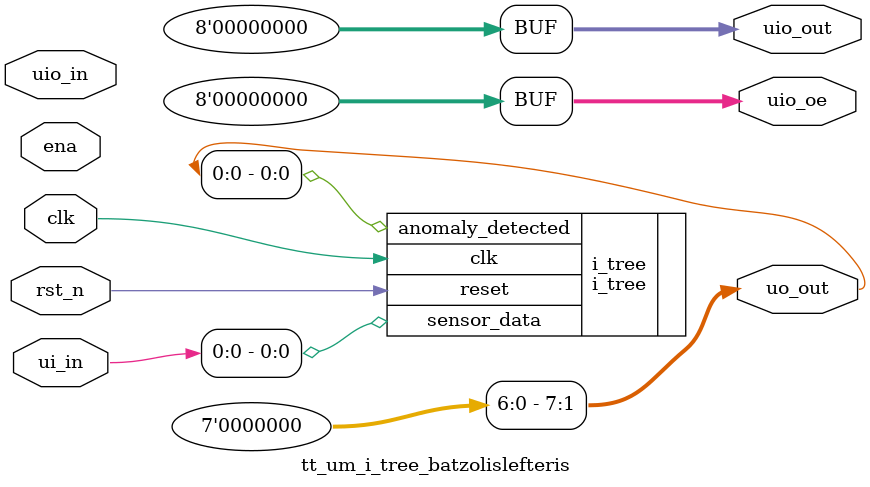
<source format=v>
/*
 * Copyright (c) 2024 Your Name
 * SPDX-License-Identifier: Apache-2.0
 */

`define default_netname none

module tt_um_i_tree_batzolislefteris(
    input  wire [7:0] ui_in,    // Dedicated inputs
    output wire [7:0] uo_out,   // Dedicated outputs
    input  wire [7:0] uio_in,   // IOs: Input path
    output wire [7:0] uio_out,  // IOs: Output path
    output wire [7:0] uio_oe,   // IOs: Enable path (active high: 0=input, 1=output)
    input  wire       ena,      // will go high when the design is enabled
    input  wire       clk,      // clock
    input  wire       rst_n     // reset_n - low to reset
);

	assign uio_oe  = 8'b0000_0000;
	assign uio_out = 8'b0000_0000;
	assign uo_out[7:1] = 7'b0000_000;
	

	i_tree i_tree(
	    .clk(clk),
	    .reset(rst_n),
	    .sensor_data(ui_in[0]),
	    .anomaly_detected(uo_out[0])
	);

endmodule

</source>
